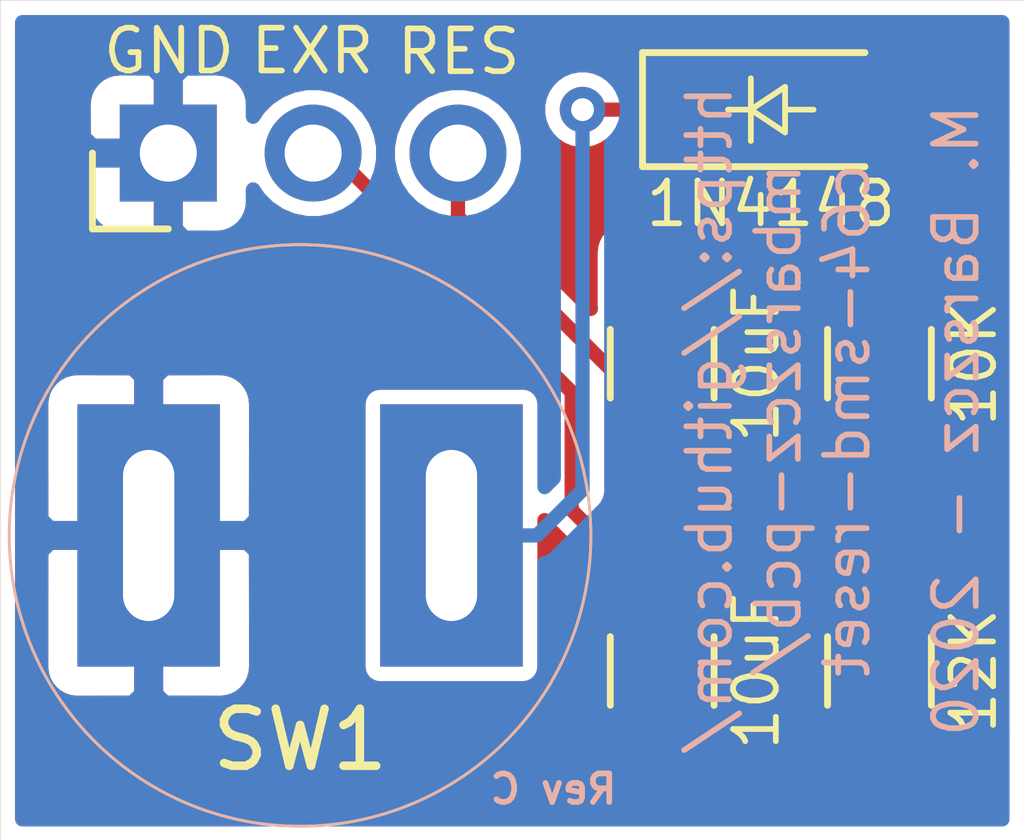
<source format=kicad_pcb>
(kicad_pcb (version 20171130) (host pcbnew "(5.1.5)-3")

  (general
    (thickness 1.6)
    (drawings 14)
    (tracks 32)
    (zones 0)
    (modules 7)
    (nets 6)
  )

  (page USLetter)
  (layers
    (0 F.Cu signal)
    (31 B.Cu signal)
    (32 B.Adhes user)
    (33 F.Adhes user)
    (34 B.Paste user)
    (35 F.Paste user)
    (36 B.SilkS user)
    (37 F.SilkS user)
    (38 B.Mask user)
    (39 F.Mask user)
    (40 Dwgs.User user)
    (41 Cmts.User user)
    (42 Eco1.User user)
    (43 Eco2.User user)
    (44 Edge.Cuts user)
    (45 Margin user)
    (46 B.CrtYd user)
    (47 F.CrtYd user)
    (48 B.Fab user)
    (49 F.Fab user)
  )

  (setup
    (last_trace_width 0.25)
    (trace_clearance 0.2)
    (zone_clearance 0.254)
    (zone_45_only no)
    (trace_min 0.2)
    (via_size 0.8)
    (via_drill 0.4)
    (via_min_size 0.4)
    (via_min_drill 0.3)
    (uvia_size 0.3)
    (uvia_drill 0.1)
    (uvias_allowed no)
    (uvia_min_size 0.2)
    (uvia_min_drill 0.1)
    (edge_width 0.15)
    (segment_width 0.2)
    (pcb_text_width 0.3)
    (pcb_text_size 1.5 1.5)
    (mod_edge_width 0.15)
    (mod_text_size 1 1)
    (mod_text_width 0.15)
    (pad_size 2.5 4.6)
    (pad_drill 0.9)
    (pad_to_mask_clearance 0.0254)
    (aux_axis_origin 0 0)
    (visible_elements 7FFFEFFF)
    (pcbplotparams
      (layerselection 0x010f0_ffffffff)
      (usegerberextensions false)
      (usegerberattributes true)
      (usegerberadvancedattributes false)
      (creategerberjobfile false)
      (excludeedgelayer true)
      (linewidth 0.100000)
      (plotframeref false)
      (viasonmask false)
      (mode 1)
      (useauxorigin true)
      (hpglpennumber 1)
      (hpglpenspeed 20)
      (hpglpendiameter 15.000000)
      (psnegative false)
      (psa4output false)
      (plotreference true)
      (plotvalue true)
      (plotinvisibletext false)
      (padsonsilk false)
      (subtractmaskfromsilk false)
      (outputformat 1)
      (mirror false)
      (drillshape 0)
      (scaleselection 1)
      (outputdirectory "C:/Users/mbarszcz/Documents/KiCad/C64 SMD Reset/gerbers/"))
  )

  (net 0 "")
  (net 1 "Net-(C1-Pad1)")
  (net 2 "Net-(C2-Pad1)")
  (net 3 ~RESET)
  (net 4 ~EXROM)
  (net 5 GNDREF)

  (net_class Default "This is the default net class."
    (clearance 0.2)
    (trace_width 0.25)
    (via_dia 0.8)
    (via_drill 0.4)
    (uvia_dia 0.3)
    (uvia_drill 0.1)
    (add_net GNDREF)
    (add_net "Net-(C1-Pad1)")
    (add_net "Net-(C2-Pad1)")
    (add_net ~EXROM)
    (add_net ~RESET)
  )

  (module "C64 SMD Reset:PushbuttonSW_TH_8531SZQE2" (layer F.Cu) (tedit 5E88C27E) (tstamp 5E894302)
    (at 133.3373 104.41686 180)
    (descr "Wire solder connection")
    (tags connector)
    (path /5E224E63)
    (attr virtual)
    (fp_text reference SW1 (at 2.6543 -3.58394) (layer F.SilkS)
      (effects (font (size 1 1) (thickness 0.15)))
    )
    (fp_text value SW_Push (at 3.175 3.81) (layer F.Fab)
      (effects (font (size 1 1) (thickness 0.15)))
    )
    (fp_circle (center 2.655 0) (end 7.755 0) (layer B.SilkS) (width 0.05))
    (fp_circle (center 2.655 0) (end 7.755 0) (layer F.SilkS) (width 0.05))
    (fp_text user %R (at 4.175 0) (layer F.Fab)
      (effects (font (size 1 1) (thickness 0.15)))
    )
    (pad 2 thru_hole rect (at 5.31 0 180) (size 2.5 4.6) (drill oval 0.9 3) (layers *.Cu *.Mask)
      (net 5 GNDREF))
    (pad 1 thru_hole rect (at 0 0 180) (size 2.5 4.6) (drill oval 0.9 3) (layers *.Cu *.Mask)
      (net 1 "Net-(C1-Pad1)"))
  )

  (module custom_footprints:D_SOD-123-diodemarkonsilk (layer F.Cu) (tedit 5E2275A6) (tstamp 5E892FE6)
    (at 138.938 96.94926)
    (descr SOD-123)
    (tags SOD-123)
    (path /5E2267D3)
    (attr smd)
    (fp_text reference D1 (at -2.8575 1.2065 180) (layer F.SilkS) hide
      (effects (font (size 1 1) (thickness 0.15)))
    )
    (fp_text value 1N4148 (at 0 1.651 180) (layer F.SilkS)
      (effects (font (size 0.75 0.75) (thickness 0.1)))
    )
    (fp_line (start -2.25 -1) (end 1.65 -1) (layer F.SilkS) (width 0.12))
    (fp_line (start -2.25 1) (end 1.65 1) (layer F.SilkS) (width 0.12))
    (fp_line (start -2.35 -1.15) (end -2.35 1.15) (layer F.CrtYd) (width 0.05))
    (fp_line (start 2.35 1.15) (end -2.35 1.15) (layer F.CrtYd) (width 0.05))
    (fp_line (start 2.35 -1.15) (end 2.35 1.15) (layer F.CrtYd) (width 0.05))
    (fp_line (start -2.35 -1.15) (end 2.35 -1.15) (layer F.CrtYd) (width 0.05))
    (fp_line (start -1.4 -0.9) (end 1.4 -0.9) (layer F.Fab) (width 0.1))
    (fp_line (start 1.4 -0.9) (end 1.4 0.9) (layer F.Fab) (width 0.1))
    (fp_line (start 1.4 0.9) (end -1.4 0.9) (layer F.Fab) (width 0.1))
    (fp_line (start -1.4 0.9) (end -1.4 -0.9) (layer F.Fab) (width 0.1))
    (fp_line (start -0.75 0) (end -0.35 0) (layer F.SilkS) (width 0.1))
    (fp_line (start -0.35 0) (end -0.35 -0.55) (layer F.SilkS) (width 0.1))
    (fp_line (start -0.35 0) (end -0.35 0.55) (layer F.SilkS) (width 0.1))
    (fp_line (start -0.35 0) (end 0.25 -0.4) (layer F.SilkS) (width 0.1))
    (fp_line (start 0.25 -0.4) (end 0.25 0.4) (layer F.SilkS) (width 0.1))
    (fp_line (start 0.25 0.4) (end -0.35 0) (layer F.SilkS) (width 0.1))
    (fp_line (start 0.25 0) (end 0.75 0) (layer F.SilkS) (width 0.1))
    (fp_line (start -2.25 -1) (end -2.25 1) (layer F.SilkS) (width 0.12))
    (pad 2 smd rect (at 1.65 0) (size 0.9 1.2) (layers F.Cu F.Paste F.Mask)
      (net 2 "Net-(C2-Pad1)"))
    (pad 1 smd rect (at -1.65 0) (size 0.9 1.2) (layers F.Cu F.Paste F.Mask)
      (net 1 "Net-(C1-Pad1)"))
    (model ${KISYS3DMOD}/Diode_SMD.3dshapes/D_SOD-123.wrl
      (at (xyz 0 0 0))
      (scale (xyz 1 1 1))
      (rotate (xyz 0 0 0))
    )
  )

  (module custom_footprints:PinHeader_1x03_P2.54mm_Vertical-NoSilk (layer F.Cu) (tedit 5E2269D1) (tstamp 5E89371F)
    (at 128.3716 97.71126 90)
    (descr "Through hole straight pin header, 1x03, 2.54mm pitch, single row")
    (tags "Through hole pin header THT 1x03 2.54mm single row")
    (path /5E228954)
    (fp_text reference J1 (at -2.0447 -1.3081 180) (layer F.SilkS) hide
      (effects (font (size 1 1) (thickness 0.15)))
    )
    (fp_text value Conn_01x03_Female (at 3.73126 -0.1524) (layer F.Fab) hide
      (effects (font (size 1 1) (thickness 0.15)))
    )
    (fp_line (start -0.635 -1.27) (end 1.27 -1.27) (layer F.Fab) (width 0.1))
    (fp_line (start 1.27 -1.27) (end 1.27 6.35) (layer F.Fab) (width 0.1))
    (fp_line (start -1.27 6.35) (end -1.27 -0.635) (layer F.Fab) (width 0.1))
    (fp_line (start -1.27 -0.635) (end -0.635 -1.27) (layer F.Fab) (width 0.1))
    (fp_line (start -1.33 0) (end -1.33 -1.33) (layer F.SilkS) (width 0.12))
    (fp_line (start -1.33 -1.33) (end 0 -1.33) (layer F.SilkS) (width 0.12))
    (fp_line (start -1.8 -1.8) (end -1.8 6.85) (layer F.CrtYd) (width 0.05))
    (fp_line (start -1.8 6.85) (end 1.8 6.85) (layer F.CrtYd) (width 0.05))
    (fp_line (start 1.8 6.85) (end 1.8 -1.8) (layer F.CrtYd) (width 0.05))
    (fp_line (start 1.8 -1.8) (end -1.8 -1.8) (layer F.CrtYd) (width 0.05))
    (fp_text user %R (at 0 2.54 180) (layer F.Fab)
      (effects (font (size 1 1) (thickness 0.15)))
    )
    (pad 1 thru_hole rect (at 0 0 90) (size 1.7 1.7) (drill 1) (layers *.Cu *.Mask)
      (net 5 GNDREF))
    (pad 2 thru_hole oval (at 0 2.54 90) (size 1.7 1.7) (drill 1) (layers *.Cu *.Mask)
      (net 4 ~EXROM))
    (pad 3 thru_hole oval (at 0 5.08 90) (size 1.7 1.7) (drill 1) (layers *.Cu *.Mask)
      (net 3 ~RESET))
    (model ${KISYS3DMOD}/Connector_PinHeader_2.54mm.3dshapes/PinHeader_1x03_P2.54mm_Vertical.wrl
      (at (xyz 0 0 0))
      (scale (xyz 1 1 1))
      (rotate (xyz 0 0 0))
    )
  )

  (module Capacitor_SMD:C_1206_3216Metric_Pad1.42x1.75mm_HandSolder (layer F.Cu) (tedit 5B301BBE) (tstamp 5E23E823)
    (at 137.033 106.79336 90)
    (descr "Capacitor SMD 1206 (3216 Metric), square (rectangular) end terminal, IPC_7351 nominal with elongated pad for handsoldering. (Body size source: http://www.tortai-tech.com/upload/download/2011102023233369053.pdf), generated with kicad-footprint-generator")
    (tags "capacitor handsolder")
    (path /5E2270A8)
    (attr smd)
    (fp_text reference C2 (at 0 -1.82 90) (layer F.SilkS) hide
      (effects (font (size 1 1) (thickness 0.15)))
    )
    (fp_text value 10uF (at 0 1.651 90) (layer F.SilkS)
      (effects (font (size 0.75 0.75) (thickness 0.1)))
    )
    (fp_text user %R (at 0 0 90) (layer F.Fab)
      (effects (font (size 0.8 0.8) (thickness 0.12)))
    )
    (fp_line (start 2.45 1.12) (end -2.45 1.12) (layer F.CrtYd) (width 0.05))
    (fp_line (start 2.45 -1.12) (end 2.45 1.12) (layer F.CrtYd) (width 0.05))
    (fp_line (start -2.45 -1.12) (end 2.45 -1.12) (layer F.CrtYd) (width 0.05))
    (fp_line (start -2.45 1.12) (end -2.45 -1.12) (layer F.CrtYd) (width 0.05))
    (fp_line (start -0.602064 0.91) (end 0.602064 0.91) (layer F.SilkS) (width 0.12))
    (fp_line (start -0.602064 -0.91) (end 0.602064 -0.91) (layer F.SilkS) (width 0.12))
    (fp_line (start 1.6 0.8) (end -1.6 0.8) (layer F.Fab) (width 0.1))
    (fp_line (start 1.6 -0.8) (end 1.6 0.8) (layer F.Fab) (width 0.1))
    (fp_line (start -1.6 -0.8) (end 1.6 -0.8) (layer F.Fab) (width 0.1))
    (fp_line (start -1.6 0.8) (end -1.6 -0.8) (layer F.Fab) (width 0.1))
    (pad 2 smd roundrect (at 1.4875 0 90) (size 1.425 1.75) (layers F.Cu F.Paste F.Mask) (roundrect_rratio 0.175439)
      (net 4 ~EXROM))
    (pad 1 smd roundrect (at -1.4875 0 90) (size 1.425 1.75) (layers F.Cu F.Paste F.Mask) (roundrect_rratio 0.175439)
      (net 2 "Net-(C2-Pad1)"))
    (model ${KISYS3DMOD}/Capacitor_SMD.3dshapes/C_1206_3216Metric.wrl
      (at (xyz 0 0 0))
      (scale (xyz 1 1 1))
      (rotate (xyz 0 0 0))
    )
  )

  (module Capacitor_SMD:C_1206_3216Metric_Pad1.42x1.75mm_HandSolder (layer F.Cu) (tedit 5B301BBE) (tstamp 5E23E812)
    (at 137.033 101.40536 270)
    (descr "Capacitor SMD 1206 (3216 Metric), square (rectangular) end terminal, IPC_7351 nominal with elongated pad for handsoldering. (Body size source: http://www.tortai-tech.com/upload/download/2011102023233369053.pdf), generated with kicad-footprint-generator")
    (tags "capacitor handsolder")
    (path /5E224AA3)
    (attr smd)
    (fp_text reference C1 (at 0 -1.82 90) (layer F.SilkS) hide
      (effects (font (size 1 1) (thickness 0.15)))
    )
    (fp_text value 10uF (at 0 -1.651 90) (layer F.SilkS)
      (effects (font (size 0.75 0.75) (thickness 0.1)))
    )
    (fp_text user %R (at 0 0 90) (layer F.Fab)
      (effects (font (size 0.8 0.8) (thickness 0.12)))
    )
    (fp_line (start 2.45 1.12) (end -2.45 1.12) (layer F.CrtYd) (width 0.05))
    (fp_line (start 2.45 -1.12) (end 2.45 1.12) (layer F.CrtYd) (width 0.05))
    (fp_line (start -2.45 -1.12) (end 2.45 -1.12) (layer F.CrtYd) (width 0.05))
    (fp_line (start -2.45 1.12) (end -2.45 -1.12) (layer F.CrtYd) (width 0.05))
    (fp_line (start -0.602064 0.91) (end 0.602064 0.91) (layer F.SilkS) (width 0.12))
    (fp_line (start -0.602064 -0.91) (end 0.602064 -0.91) (layer F.SilkS) (width 0.12))
    (fp_line (start 1.6 0.8) (end -1.6 0.8) (layer F.Fab) (width 0.1))
    (fp_line (start 1.6 -0.8) (end 1.6 0.8) (layer F.Fab) (width 0.1))
    (fp_line (start -1.6 -0.8) (end 1.6 -0.8) (layer F.Fab) (width 0.1))
    (fp_line (start -1.6 0.8) (end -1.6 -0.8) (layer F.Fab) (width 0.1))
    (pad 2 smd roundrect (at 1.4875 0 270) (size 1.425 1.75) (layers F.Cu F.Paste F.Mask) (roundrect_rratio 0.175439)
      (net 3 ~RESET))
    (pad 1 smd roundrect (at -1.4875 0 270) (size 1.425 1.75) (layers F.Cu F.Paste F.Mask) (roundrect_rratio 0.175439)
      (net 1 "Net-(C1-Pad1)"))
    (model ${KISYS3DMOD}/Capacitor_SMD.3dshapes/C_1206_3216Metric.wrl
      (at (xyz 0 0 0))
      (scale (xyz 1 1 1))
      (rotate (xyz 0 0 0))
    )
  )

  (module Resistor_SMD:R_1206_3216Metric_Pad1.42x1.75mm_HandSolder (layer F.Cu) (tedit 5B301BBD) (tstamp 5E2306A8)
    (at 140.843 106.79336 90)
    (descr "Resistor SMD 1206 (3216 Metric), square (rectangular) end terminal, IPC_7351 nominal with elongated pad for handsoldering. (Body size source: http://www.tortai-tech.com/upload/download/2011102023233369053.pdf), generated with kicad-footprint-generator")
    (tags "resistor handsolder")
    (path /5E2270A1)
    (attr smd)
    (fp_text reference R2 (at 0 -1.82 90) (layer F.SilkS) hide
      (effects (font (size 1 1) (thickness 0.15)))
    )
    (fp_text value 12K (at 0 1.651 90) (layer F.SilkS)
      (effects (font (size 0.75 0.75) (thickness 0.1)))
    )
    (fp_text user %R (at 0 0 90) (layer F.Fab)
      (effects (font (size 0.8 0.8) (thickness 0.12)))
    )
    (fp_line (start 2.45 1.12) (end -2.45 1.12) (layer F.CrtYd) (width 0.05))
    (fp_line (start 2.45 -1.12) (end 2.45 1.12) (layer F.CrtYd) (width 0.05))
    (fp_line (start -2.45 -1.12) (end 2.45 -1.12) (layer F.CrtYd) (width 0.05))
    (fp_line (start -2.45 1.12) (end -2.45 -1.12) (layer F.CrtYd) (width 0.05))
    (fp_line (start -0.602064 0.91) (end 0.602064 0.91) (layer F.SilkS) (width 0.12))
    (fp_line (start -0.602064 -0.91) (end 0.602064 -0.91) (layer F.SilkS) (width 0.12))
    (fp_line (start 1.6 0.8) (end -1.6 0.8) (layer F.Fab) (width 0.1))
    (fp_line (start 1.6 -0.8) (end 1.6 0.8) (layer F.Fab) (width 0.1))
    (fp_line (start -1.6 -0.8) (end 1.6 -0.8) (layer F.Fab) (width 0.1))
    (fp_line (start -1.6 0.8) (end -1.6 -0.8) (layer F.Fab) (width 0.1))
    (pad 2 smd roundrect (at 1.4875 0 90) (size 1.425 1.75) (layers F.Cu F.Paste F.Mask) (roundrect_rratio 0.175439)
      (net 4 ~EXROM))
    (pad 1 smd roundrect (at -1.4875 0 90) (size 1.425 1.75) (layers F.Cu F.Paste F.Mask) (roundrect_rratio 0.175439)
      (net 2 "Net-(C2-Pad1)"))
    (model ${KISYS3DMOD}/Resistor_SMD.3dshapes/R_1206_3216Metric.wrl
      (at (xyz 0 0 0))
      (scale (xyz 1 1 1))
      (rotate (xyz 0 0 0))
    )
  )

  (module Resistor_SMD:R_1206_3216Metric_Pad1.42x1.75mm_HandSolder (layer F.Cu) (tedit 5B301BBD) (tstamp 5E23E7B9)
    (at 140.843 101.40536 270)
    (descr "Resistor SMD 1206 (3216 Metric), square (rectangular) end terminal, IPC_7351 nominal with elongated pad for handsoldering. (Body size source: http://www.tortai-tech.com/upload/download/2011102023233369053.pdf), generated with kicad-footprint-generator")
    (tags "resistor handsolder")
    (path /5E2245C0)
    (attr smd)
    (fp_text reference R1 (at 0 -1.82 90) (layer F.SilkS) hide
      (effects (font (size 1 1) (thickness 0.15)))
    )
    (fp_text value 10K (at 0 -1.651 90) (layer F.SilkS)
      (effects (font (size 0.75 0.75) (thickness 0.1)))
    )
    (fp_text user %R (at 0 0 90) (layer F.Fab)
      (effects (font (size 0.8 0.8) (thickness 0.12)))
    )
    (fp_line (start 2.45 1.12) (end -2.45 1.12) (layer F.CrtYd) (width 0.05))
    (fp_line (start 2.45 -1.12) (end 2.45 1.12) (layer F.CrtYd) (width 0.05))
    (fp_line (start -2.45 -1.12) (end 2.45 -1.12) (layer F.CrtYd) (width 0.05))
    (fp_line (start -2.45 1.12) (end -2.45 -1.12) (layer F.CrtYd) (width 0.05))
    (fp_line (start -0.602064 0.91) (end 0.602064 0.91) (layer F.SilkS) (width 0.12))
    (fp_line (start -0.602064 -0.91) (end 0.602064 -0.91) (layer F.SilkS) (width 0.12))
    (fp_line (start 1.6 0.8) (end -1.6 0.8) (layer F.Fab) (width 0.1))
    (fp_line (start 1.6 -0.8) (end 1.6 0.8) (layer F.Fab) (width 0.1))
    (fp_line (start -1.6 -0.8) (end 1.6 -0.8) (layer F.Fab) (width 0.1))
    (fp_line (start -1.6 0.8) (end -1.6 -0.8) (layer F.Fab) (width 0.1))
    (pad 2 smd roundrect (at 1.4875 0 270) (size 1.425 1.75) (layers F.Cu F.Paste F.Mask) (roundrect_rratio 0.175439)
      (net 3 ~RESET))
    (pad 1 smd roundrect (at -1.4875 0 270) (size 1.425 1.75) (layers F.Cu F.Paste F.Mask) (roundrect_rratio 0.175439)
      (net 1 "Net-(C1-Pad1)"))
    (model ${KISYS3DMOD}/Resistor_SMD.3dshapes/R_1206_3216Metric.wrl
      (at (xyz 0 0 0))
      (scale (xyz 1 1 1))
      (rotate (xyz 0 0 0))
    )
  )

  (gr_line (start 134.4041 109.7788) (end 134.4041 95.03156) (layer Eco2.User) (width 0.01))
  (gr_line (start 143.383 102.40518) (end 125.4252 102.40518) (layer Eco2.User) (width 0.01))
  (gr_line (start 143.383 95.03156) (end 125.4252 109.7788) (layer Eco2.User) (width 0.01))
  (gr_line (start 143.383 109.7788) (end 125.4252 95.03156) (layer Eco2.User) (width 0.01))
  (gr_line (start 125.4252 109.7788) (end 125.4252 95.03156) (layer Edge.Cuts) (width 0.01) (tstamp 5E89455D))
  (gr_line (start 143.383 95.03156) (end 125.4252 95.03156) (layer Edge.Cuts) (width 0.01) (tstamp 5E89455A))
  (gr_line (start 143.383 109.7788) (end 143.383 95.03156) (layer Edge.Cuts) (width 0.01))
  (gr_text "https://github.com/\nmbarszcz-pcb/\nc64-smd-reset" (at 139.07008 102.39502 90) (layer B.SilkS) (tstamp 5E892D5E)
    (effects (font (size 0.75 0.75) (thickness 0.1)) (justify mirror))
  )
  (gr_text "Rev C" (at 135.128 108.8644) (layer B.SilkS) (tstamp 5E378698)
    (effects (font (size 0.5 0.5) (thickness 0.1)) (justify mirror))
  )
  (gr_text "M. Barszcz - 2020" (at 142.1892 102.40264 90) (layer B.SilkS) (tstamp 5E894400)
    (effects (font (size 0.75 0.75) (thickness 0.1)) (justify mirror))
  )
  (gr_line (start 143.383 109.7788) (end 125.4252 109.7788) (layer Edge.Cuts) (width 0.01))
  (gr_text EXR (at 130.8989 95.92056) (layer F.SilkS) (tstamp 5E89332D)
    (effects (font (size 0.75 0.75) (thickness 0.1)))
  )
  (gr_text RES (at 133.4643 95.93326) (layer F.SilkS) (tstamp 5E89332A)
    (effects (font (size 0.75 0.75) (thickness 0.1)))
  )
  (gr_text GND (at 128.3843 95.92056) (layer F.SilkS) (tstamp 5E893327)
    (effects (font (size 0.75 0.75) (thickness 0.1)))
  )

  (segment (start 136.7655 99.57786) (end 136.778 99.59036) (width 0.25) (layer F.Cu) (net 1) (status 30))
  (segment (start 137.161 99.78986) (end 137.033 99.91786) (width 0.25) (layer F.Cu) (net 1) (status 30))
  (segment (start 137.033 99.91786) (end 140.843 99.91786) (width 0.25) (layer F.Cu) (net 1) (status 30))
  (segment (start 137.288 99.66286) (end 137.033 99.91786) (width 0.25) (layer F.Cu) (net 1))
  (segment (start 133.3373 104.41686) (end 134.8373 104.41686) (width 0.25) (layer B.Cu) (net 1))
  (segment (start 135.636 103.61816) (end 135.636 97.514945) (width 0.25) (layer B.Cu) (net 1))
  (via (at 135.636 96.94926) (size 0.8) (drill 0.4) (layers F.Cu B.Cu) (net 1))
  (segment (start 134.8373 104.41686) (end 135.636 103.61816) (width 0.25) (layer B.Cu) (net 1))
  (segment (start 135.636 97.514945) (end 135.636 96.94926) (width 0.25) (layer B.Cu) (net 1))
  (segment (start 135.636 96.94926) (end 137.288 96.94926) (width 0.25) (layer F.Cu) (net 1))
  (segment (start 137.033 99.91786) (end 137.033 97.20426) (width 0.25) (layer F.Cu) (net 1))
  (segment (start 137.033 97.20426) (end 137.288 96.94926) (width 0.25) (layer F.Cu) (net 1))
  (segment (start 137.033 108.28086) (end 140.843 108.28086) (width 0.25) (layer F.Cu) (net 2) (status 30))
  (segment (start 142.0225 108.31736) (end 140.843 108.31736) (width 0.25) (layer F.Cu) (net 2))
  (segment (start 142.494 107.84586) (end 142.0225 108.31736) (width 0.25) (layer F.Cu) (net 2))
  (segment (start 142.494 98.15526) (end 142.494 107.84586) (width 0.25) (layer F.Cu) (net 2))
  (segment (start 141.288 96.94926) (end 142.494 98.15526) (width 0.25) (layer F.Cu) (net 2))
  (segment (start 140.588 96.94926) (end 141.288 96.94926) (width 0.25) (layer F.Cu) (net 2))
  (segment (start 139.968 102.89286) (end 137.033 102.89286) (width 0.25) (layer F.Cu) (net 3) (status 30))
  (segment (start 140.843 102.89286) (end 139.968 102.89286) (width 0.25) (layer F.Cu) (net 3) (status 30))
  (segment (start 137.033 102.63886) (end 137.033 102.89286) (width 0.25) (layer F.Cu) (net 3) (status 30))
  (segment (start 133.4516 98.82886) (end 137.033 102.41026) (width 0.25) (layer F.Cu) (net 3))
  (segment (start 133.4516 97.71126) (end 133.4516 98.82886) (width 0.25) (layer F.Cu) (net 3))
  (segment (start 137.033 102.41026) (end 137.033 102.89286) (width 0.25) (layer F.Cu) (net 3))
  (segment (start 137.033 105.30586) (end 140.843 105.30586) (width 0.25) (layer F.Cu) (net 4) (status 30))
  (segment (start 131.2545 97.71126) (end 130.9116 97.71126) (width 0.25) (layer F.Cu) (net 4))
  (segment (start 135.4455 103.97236) (end 135.4455 101.90226) (width 0.25) (layer F.Cu) (net 4))
  (segment (start 137.033 105.30586) (end 136.779 105.30586) (width 0.25) (layer F.Cu) (net 4))
  (segment (start 135.4455 101.90226) (end 131.2545 97.71126) (width 0.25) (layer F.Cu) (net 4))
  (segment (start 136.779 105.30586) (end 135.4455 103.97236) (width 0.25) (layer F.Cu) (net 4))
  (segment (start 127.635 103.90886) (end 127.381 104.16286) (width 0.25) (layer F.Cu) (net 5))
  (segment (start 127.635 104.03586) (end 127.508 104.16286) (width 0.25) (layer F.Cu) (net 5))

  (zone (net 0) (net_name "") (layer F.Cu) (tstamp 0) (hatch edge 0.508)
    (connect_pads (clearance 0.4))
    (min_thickness 0.254)
    (keepout (tracks allowed) (vias allowed) (copperpour not_allowed))
    (fill (arc_segments 32) (thermal_gap 0.508) (thermal_bridge_width 0.508))
    (polygon
      (pts
        (xy 136.779 108.145104) (xy 135.89 108.145104) (xy 135.89 105.542541) (xy 136.779 105.542541)
      )
    )
  )
  (zone (net 5) (net_name GNDREF) (layer B.Cu) (tstamp 5E892EA2) (hatch edge 0.508)
    (connect_pads (clearance 0.254))
    (min_thickness 0.254)
    (fill yes (arc_segments 32) (thermal_gap 0.508) (thermal_bridge_width 0.508))
    (polygon
      (pts
        (xy 143.383 109.7788) (xy 125.4252 109.7788) (xy 125.4252 95.03156) (xy 143.383 95.03156)
      )
    )
    (filled_polygon
      (pts
        (xy 142.997 109.3928) (xy 125.8112 109.3928) (xy 125.8112 106.71686) (xy 126.139228 106.71686) (xy 126.151488 106.841342)
        (xy 126.187798 106.96104) (xy 126.246763 107.071354) (xy 126.326115 107.168045) (xy 126.422806 107.247397) (xy 126.53312 107.306362)
        (xy 126.652818 107.342672) (xy 126.7773 107.354932) (xy 127.74155 107.35186) (xy 127.9003 107.19311) (xy 127.9003 104.54386)
        (xy 128.1543 104.54386) (xy 128.1543 107.19311) (xy 128.31305 107.35186) (xy 129.2773 107.354932) (xy 129.401782 107.342672)
        (xy 129.52148 107.306362) (xy 129.631794 107.247397) (xy 129.728485 107.168045) (xy 129.807837 107.071354) (xy 129.866802 106.96104)
        (xy 129.903112 106.841342) (xy 129.915372 106.71686) (xy 129.9123 104.70261) (xy 129.75355 104.54386) (xy 128.1543 104.54386)
        (xy 127.9003 104.54386) (xy 126.30105 104.54386) (xy 126.1423 104.70261) (xy 126.139228 106.71686) (xy 125.8112 106.71686)
        (xy 125.8112 102.11686) (xy 126.139228 102.11686) (xy 126.1423 104.13111) (xy 126.30105 104.28986) (xy 127.9003 104.28986)
        (xy 127.9003 101.64061) (xy 128.1543 101.64061) (xy 128.1543 104.28986) (xy 129.75355 104.28986) (xy 129.9123 104.13111)
        (xy 129.915372 102.11686) (xy 131.704457 102.11686) (xy 131.704457 106.71686) (xy 131.711813 106.791549) (xy 131.733599 106.863368)
        (xy 131.768978 106.929556) (xy 131.816589 106.987571) (xy 131.874604 107.035182) (xy 131.940792 107.070561) (xy 132.012611 107.092347)
        (xy 132.0873 107.099703) (xy 134.5873 107.099703) (xy 134.661989 107.092347) (xy 134.733808 107.070561) (xy 134.799996 107.035182)
        (xy 134.858011 106.987571) (xy 134.905622 106.929556) (xy 134.941001 106.863368) (xy 134.962787 106.791549) (xy 134.970143 106.71686)
        (xy 134.970143 104.905331) (xy 135.031875 104.886605) (xy 135.119779 104.839619) (xy 135.196827 104.776387) (xy 135.212676 104.757075)
        (xy 135.97622 103.993532) (xy 135.995527 103.977687) (xy 136.058759 103.900639) (xy 136.105745 103.812735) (xy 136.134678 103.717353)
        (xy 136.142 103.643014) (xy 136.142 103.643007) (xy 136.144447 103.618161) (xy 136.142 103.593315) (xy 136.142 97.547761)
        (xy 136.242642 97.447119) (xy 136.328113 97.319202) (xy 136.386987 97.177069) (xy 136.417 97.026182) (xy 136.417 96.872338)
        (xy 136.386987 96.721451) (xy 136.328113 96.579318) (xy 136.242642 96.451401) (xy 136.133859 96.342618) (xy 136.005942 96.257147)
        (xy 135.863809 96.198273) (xy 135.712922 96.16826) (xy 135.559078 96.16826) (xy 135.408191 96.198273) (xy 135.266058 96.257147)
        (xy 135.138141 96.342618) (xy 135.029358 96.451401) (xy 134.943887 96.579318) (xy 134.885013 96.721451) (xy 134.855 96.872338)
        (xy 134.855 97.026182) (xy 134.885013 97.177069) (xy 134.943887 97.319202) (xy 135.029358 97.447119) (xy 135.130001 97.547762)
        (xy 135.13 103.408568) (xy 134.970143 103.568425) (xy 134.970143 102.11686) (xy 134.962787 102.042171) (xy 134.941001 101.970352)
        (xy 134.905622 101.904164) (xy 134.858011 101.846149) (xy 134.799996 101.798538) (xy 134.733808 101.763159) (xy 134.661989 101.741373)
        (xy 134.5873 101.734017) (xy 132.0873 101.734017) (xy 132.012611 101.741373) (xy 131.940792 101.763159) (xy 131.874604 101.798538)
        (xy 131.816589 101.846149) (xy 131.768978 101.904164) (xy 131.733599 101.970352) (xy 131.711813 102.042171) (xy 131.704457 102.11686)
        (xy 129.915372 102.11686) (xy 129.903112 101.992378) (xy 129.866802 101.87268) (xy 129.807837 101.762366) (xy 129.728485 101.665675)
        (xy 129.631794 101.586323) (xy 129.52148 101.527358) (xy 129.401782 101.491048) (xy 129.2773 101.478788) (xy 128.31305 101.48186)
        (xy 128.1543 101.64061) (xy 127.9003 101.64061) (xy 127.74155 101.48186) (xy 126.7773 101.478788) (xy 126.652818 101.491048)
        (xy 126.53312 101.527358) (xy 126.422806 101.586323) (xy 126.326115 101.665675) (xy 126.246763 101.762366) (xy 126.187798 101.87268)
        (xy 126.151488 101.992378) (xy 126.139228 102.11686) (xy 125.8112 102.11686) (xy 125.8112 98.56126) (xy 126.883528 98.56126)
        (xy 126.895788 98.685742) (xy 126.932098 98.80544) (xy 126.991063 98.915754) (xy 127.070415 99.012445) (xy 127.167106 99.091797)
        (xy 127.27742 99.150762) (xy 127.397118 99.187072) (xy 127.5216 99.199332) (xy 128.08585 99.19626) (xy 128.2446 99.03751)
        (xy 128.2446 97.83826) (xy 127.04535 97.83826) (xy 126.8866 97.99701) (xy 126.883528 98.56126) (xy 125.8112 98.56126)
        (xy 125.8112 96.86126) (xy 126.883528 96.86126) (xy 126.8866 97.42551) (xy 127.04535 97.58426) (xy 128.2446 97.58426)
        (xy 128.2446 96.38501) (xy 128.4986 96.38501) (xy 128.4986 97.58426) (xy 128.5186 97.58426) (xy 128.5186 97.83826)
        (xy 128.4986 97.83826) (xy 128.4986 99.03751) (xy 128.65735 99.19626) (xy 129.2216 99.199332) (xy 129.346082 99.187072)
        (xy 129.46578 99.150762) (xy 129.576094 99.091797) (xy 129.672785 99.012445) (xy 129.752137 98.915754) (xy 129.811102 98.80544)
        (xy 129.847412 98.685742) (xy 129.859672 98.56126) (xy 129.858527 98.350966) (xy 129.95542 98.495977) (xy 130.126883 98.66744)
        (xy 130.328503 98.802158) (xy 130.552531 98.894953) (xy 130.790357 98.94226) (xy 131.032843 98.94226) (xy 131.270669 98.894953)
        (xy 131.494697 98.802158) (xy 131.696317 98.66744) (xy 131.86778 98.495977) (xy 132.002498 98.294357) (xy 132.095293 98.070329)
        (xy 132.1426 97.832503) (xy 132.1426 97.590017) (xy 132.2206 97.590017) (xy 132.2206 97.832503) (xy 132.267907 98.070329)
        (xy 132.360702 98.294357) (xy 132.49542 98.495977) (xy 132.666883 98.66744) (xy 132.868503 98.802158) (xy 133.092531 98.894953)
        (xy 133.330357 98.94226) (xy 133.572843 98.94226) (xy 133.810669 98.894953) (xy 134.034697 98.802158) (xy 134.236317 98.66744)
        (xy 134.40778 98.495977) (xy 134.542498 98.294357) (xy 134.635293 98.070329) (xy 134.6826 97.832503) (xy 134.6826 97.590017)
        (xy 134.635293 97.352191) (xy 134.542498 97.128163) (xy 134.40778 96.926543) (xy 134.236317 96.75508) (xy 134.034697 96.620362)
        (xy 133.810669 96.527567) (xy 133.572843 96.48026) (xy 133.330357 96.48026) (xy 133.092531 96.527567) (xy 132.868503 96.620362)
        (xy 132.666883 96.75508) (xy 132.49542 96.926543) (xy 132.360702 97.128163) (xy 132.267907 97.352191) (xy 132.2206 97.590017)
        (xy 132.1426 97.590017) (xy 132.095293 97.352191) (xy 132.002498 97.128163) (xy 131.86778 96.926543) (xy 131.696317 96.75508)
        (xy 131.494697 96.620362) (xy 131.270669 96.527567) (xy 131.032843 96.48026) (xy 130.790357 96.48026) (xy 130.552531 96.527567)
        (xy 130.328503 96.620362) (xy 130.126883 96.75508) (xy 129.95542 96.926543) (xy 129.858527 97.071554) (xy 129.859672 96.86126)
        (xy 129.847412 96.736778) (xy 129.811102 96.61708) (xy 129.752137 96.506766) (xy 129.672785 96.410075) (xy 129.576094 96.330723)
        (xy 129.46578 96.271758) (xy 129.346082 96.235448) (xy 129.2216 96.223188) (xy 128.65735 96.22626) (xy 128.4986 96.38501)
        (xy 128.2446 96.38501) (xy 128.08585 96.22626) (xy 127.5216 96.223188) (xy 127.397118 96.235448) (xy 127.27742 96.271758)
        (xy 127.167106 96.330723) (xy 127.070415 96.410075) (xy 126.991063 96.506766) (xy 126.932098 96.61708) (xy 126.895788 96.736778)
        (xy 126.883528 96.86126) (xy 125.8112 96.86126) (xy 125.8112 95.41756) (xy 142.997001 95.41756)
      )
    )
  )
  (zone (net 5) (net_name GNDREF) (layer F.Cu) (tstamp 5E892E9F) (hatch edge 0.508)
    (connect_pads (clearance 0.254))
    (min_thickness 0.254)
    (fill yes (arc_segments 32) (thermal_gap 0.508) (thermal_bridge_width 0.508))
    (polygon
      (pts
        (xy 143.383 109.7788) (xy 125.4252 109.7788) (xy 125.4252 95.03156) (xy 143.383 95.03156)
      )
    )
    (filled_polygon
      (pts
        (xy 142.997001 98.099955) (xy 142.992678 98.056067) (xy 142.963745 97.960685) (xy 142.948467 97.932103) (xy 142.916759 97.872781)
        (xy 142.853527 97.795733) (xy 142.83422 97.779888) (xy 141.663376 96.609045) (xy 141.647527 96.589733) (xy 141.570479 96.526501)
        (xy 141.482575 96.479515) (xy 141.420843 96.460789) (xy 141.420843 96.34926) (xy 141.413487 96.274571) (xy 141.391701 96.202752)
        (xy 141.356322 96.136564) (xy 141.308711 96.078549) (xy 141.250696 96.030938) (xy 141.184508 95.995559) (xy 141.112689 95.973773)
        (xy 141.038 95.966417) (xy 140.138 95.966417) (xy 140.063311 95.973773) (xy 139.991492 95.995559) (xy 139.925304 96.030938)
        (xy 139.867289 96.078549) (xy 139.819678 96.136564) (xy 139.784299 96.202752) (xy 139.762513 96.274571) (xy 139.755157 96.34926)
        (xy 139.755157 97.54926) (xy 139.762513 97.623949) (xy 139.784299 97.695768) (xy 139.819678 97.761956) (xy 139.867289 97.819971)
        (xy 139.925304 97.867582) (xy 139.991492 97.902961) (xy 140.063311 97.924747) (xy 140.138 97.932103) (xy 141.038 97.932103)
        (xy 141.112689 97.924747) (xy 141.184508 97.902961) (xy 141.250696 97.867582) (xy 141.308711 97.819971) (xy 141.356322 97.761956)
        (xy 141.366348 97.743199) (xy 141.988 98.364852) (xy 141.988 99.096229) (xy 141.915488 99.007872) (xy 141.819589 98.92917)
        (xy 141.710179 98.870689) (xy 141.591462 98.834677) (xy 141.468 98.822517) (xy 140.218 98.822517) (xy 140.094538 98.834677)
        (xy 139.975821 98.870689) (xy 139.866411 98.92917) (xy 139.770512 99.007872) (xy 139.69181 99.103771) (xy 139.633329 99.213181)
        (xy 139.597317 99.331898) (xy 139.589441 99.41186) (xy 138.286559 99.41186) (xy 138.278683 99.331898) (xy 138.242671 99.213181)
        (xy 138.18419 99.103771) (xy 138.105488 99.007872) (xy 138.009589 98.92917) (xy 137.900179 98.870689) (xy 137.781462 98.834677)
        (xy 137.658 98.822517) (xy 137.539 98.822517) (xy 137.539 97.932103) (xy 137.738 97.932103) (xy 137.812689 97.924747)
        (xy 137.884508 97.902961) (xy 137.950696 97.867582) (xy 138.008711 97.819971) (xy 138.056322 97.761956) (xy 138.091701 97.695768)
        (xy 138.113487 97.623949) (xy 138.120843 97.54926) (xy 138.120843 96.34926) (xy 138.113487 96.274571) (xy 138.091701 96.202752)
        (xy 138.056322 96.136564) (xy 138.008711 96.078549) (xy 137.950696 96.030938) (xy 137.884508 95.995559) (xy 137.812689 95.973773)
        (xy 137.738 95.966417) (xy 136.838 95.966417) (xy 136.763311 95.973773) (xy 136.691492 95.995559) (xy 136.625304 96.030938)
        (xy 136.567289 96.078549) (xy 136.519678 96.136564) (xy 136.484299 96.202752) (xy 136.462513 96.274571) (xy 136.455157 96.34926)
        (xy 136.455157 96.44326) (xy 136.234501 96.44326) (xy 136.133859 96.342618) (xy 136.005942 96.257147) (xy 135.863809 96.198273)
        (xy 135.712922 96.16826) (xy 135.559078 96.16826) (xy 135.408191 96.198273) (xy 135.266058 96.257147) (xy 135.138141 96.342618)
        (xy 135.029358 96.451401) (xy 134.943887 96.579318) (xy 134.885013 96.721451) (xy 134.855 96.872338) (xy 134.855 97.026182)
        (xy 134.885013 97.177069) (xy 134.943887 97.319202) (xy 135.029358 97.447119) (xy 135.138141 97.555902) (xy 135.266058 97.641373)
        (xy 135.408191 97.700247) (xy 135.559078 97.73026) (xy 135.712922 97.73026) (xy 135.863809 97.700247) (xy 136.005942 97.641373)
        (xy 136.133859 97.555902) (xy 136.234501 97.45526) (xy 136.455157 97.45526) (xy 136.455157 97.54926) (xy 136.462513 97.623949)
        (xy 136.484299 97.695768) (xy 136.519678 97.761956) (xy 136.527001 97.770879) (xy 136.527 98.822517) (xy 136.408 98.822517)
        (xy 136.284538 98.834677) (xy 136.165821 98.870689) (xy 136.056411 98.92917) (xy 135.960512 99.007872) (xy 135.88181 99.103771)
        (xy 135.823329 99.213181) (xy 135.787317 99.331898) (xy 135.775157 99.45536) (xy 135.775157 100.38036) (xy 135.781326 100.442994)
        (xy 134.098115 98.759784) (xy 134.236317 98.66744) (xy 134.40778 98.495977) (xy 134.542498 98.294357) (xy 134.635293 98.070329)
        (xy 134.6826 97.832503) (xy 134.6826 97.590017) (xy 134.635293 97.352191) (xy 134.542498 97.128163) (xy 134.40778 96.926543)
        (xy 134.236317 96.75508) (xy 134.034697 96.620362) (xy 133.810669 96.527567) (xy 133.572843 96.48026) (xy 133.330357 96.48026)
        (xy 133.092531 96.527567) (xy 132.868503 96.620362) (xy 132.666883 96.75508) (xy 132.49542 96.926543) (xy 132.360702 97.128163)
        (xy 132.267907 97.352191) (xy 132.2206 97.590017) (xy 132.2206 97.832503) (xy 132.252697 97.993866) (xy 132.134094 97.875263)
        (xy 132.1426 97.832503) (xy 132.1426 97.590017) (xy 132.095293 97.352191) (xy 132.002498 97.128163) (xy 131.86778 96.926543)
        (xy 131.696317 96.75508) (xy 131.494697 96.620362) (xy 131.270669 96.527567) (xy 131.032843 96.48026) (xy 130.790357 96.48026)
        (xy 130.552531 96.527567) (xy 130.328503 96.620362) (xy 130.126883 96.75508) (xy 129.95542 96.926543) (xy 129.858527 97.071554)
        (xy 129.859672 96.86126) (xy 129.847412 96.736778) (xy 129.811102 96.61708) (xy 129.752137 96.506766) (xy 129.672785 96.410075)
        (xy 129.576094 96.330723) (xy 129.46578 96.271758) (xy 129.346082 96.235448) (xy 129.2216 96.223188) (xy 128.65735 96.22626)
        (xy 128.4986 96.38501) (xy 128.4986 97.58426) (xy 128.5186 97.58426) (xy 128.5186 97.83826) (xy 128.4986 97.83826)
        (xy 128.4986 99.03751) (xy 128.65735 99.19626) (xy 129.2216 99.199332) (xy 129.346082 99.187072) (xy 129.46578 99.150762)
        (xy 129.576094 99.091797) (xy 129.672785 99.012445) (xy 129.752137 98.915754) (xy 129.811102 98.80544) (xy 129.847412 98.685742)
        (xy 129.859672 98.56126) (xy 129.858527 98.350966) (xy 129.95542 98.495977) (xy 130.126883 98.66744) (xy 130.328503 98.802158)
        (xy 130.552531 98.894953) (xy 130.790357 98.94226) (xy 131.032843 98.94226) (xy 131.270669 98.894953) (xy 131.494697 98.802158)
        (xy 131.575689 98.748041) (xy 134.561665 101.734017) (xy 132.0873 101.734017) (xy 132.012611 101.741373) (xy 131.940792 101.763159)
        (xy 131.874604 101.798538) (xy 131.816589 101.846149) (xy 131.768978 101.904164) (xy 131.733599 101.970352) (xy 131.711813 102.042171)
        (xy 131.704457 102.11686) (xy 131.704457 106.71686) (xy 131.711813 106.791549) (xy 131.733599 106.863368) (xy 131.768978 106.929556)
        (xy 131.816589 106.987571) (xy 131.874604 107.035182) (xy 131.940792 107.070561) (xy 132.012611 107.092347) (xy 132.0873 107.099703)
        (xy 134.5873 107.099703) (xy 134.661989 107.092347) (xy 134.733808 107.070561) (xy 134.799996 107.035182) (xy 134.858011 106.987571)
        (xy 134.905622 106.929556) (xy 134.941001 106.863368) (xy 134.962787 106.791549) (xy 134.970143 106.71686) (xy 134.970143 104.148433)
        (xy 134.975755 104.166934) (xy 135.022741 104.254839) (xy 135.085973 104.331887) (xy 135.105285 104.347736) (xy 135.775157 105.017609)
        (xy 135.775157 105.489282) (xy 135.772667 105.49394) (xy 135.76544 105.517765) (xy 135.763 105.542541) (xy 135.763 108.145104)
        (xy 135.76544 108.16988) (xy 135.772667 108.193705) (xy 135.775157 108.198363) (xy 135.775157 108.74336) (xy 135.787317 108.866822)
        (xy 135.823329 108.985539) (xy 135.88181 109.094949) (xy 135.960512 109.190848) (xy 136.056411 109.26955) (xy 136.165821 109.328031)
        (xy 136.284538 109.364043) (xy 136.408 109.376203) (xy 137.658 109.376203) (xy 137.781462 109.364043) (xy 137.900179 109.328031)
        (xy 138.009589 109.26955) (xy 138.105488 109.190848) (xy 138.18419 109.094949) (xy 138.242671 108.985539) (xy 138.278683 108.866822)
        (xy 138.286559 108.78686) (xy 139.589441 108.78686) (xy 139.597317 108.866822) (xy 139.633329 108.985539) (xy 139.69181 109.094949)
        (xy 139.770512 109.190848) (xy 139.866411 109.26955) (xy 139.975821 109.328031) (xy 140.094538 109.364043) (xy 140.218 109.376203)
        (xy 141.468 109.376203) (xy 141.591462 109.364043) (xy 141.710179 109.328031) (xy 141.819589 109.26955) (xy 141.915488 109.190848)
        (xy 141.99419 109.094949) (xy 142.052671 108.985539) (xy 142.088683 108.866822) (xy 142.09341 108.818824) (xy 142.121693 108.816038)
        (xy 142.217075 108.787105) (xy 142.304979 108.740119) (xy 142.382027 108.676887) (xy 142.397876 108.657575) (xy 142.83422 108.221232)
        (xy 142.853527 108.205387) (xy 142.916759 108.128339) (xy 142.963745 108.040435) (xy 142.992678 107.945053) (xy 142.997 107.901171)
        (xy 142.997 109.3928) (xy 125.8112 109.3928) (xy 125.8112 106.71686) (xy 126.139228 106.71686) (xy 126.151488 106.841342)
        (xy 126.187798 106.96104) (xy 126.246763 107.071354) (xy 126.326115 107.168045) (xy 126.422806 107.247397) (xy 126.53312 107.306362)
        (xy 126.652818 107.342672) (xy 126.7773 107.354932) (xy 127.74155 107.35186) (xy 127.9003 107.19311) (xy 127.9003 104.54386)
        (xy 128.1543 104.54386) (xy 128.1543 107.19311) (xy 128.31305 107.35186) (xy 129.2773 107.354932) (xy 129.401782 107.342672)
        (xy 129.52148 107.306362) (xy 129.631794 107.247397) (xy 129.728485 107.168045) (xy 129.807837 107.071354) (xy 129.866802 106.96104)
        (xy 129.903112 106.841342) (xy 129.915372 106.71686) (xy 129.9123 104.70261) (xy 129.75355 104.54386) (xy 128.1543 104.54386)
        (xy 127.9003 104.54386) (xy 126.30105 104.54386) (xy 126.1423 104.70261) (xy 126.139228 106.71686) (xy 125.8112 106.71686)
        (xy 125.8112 102.11686) (xy 126.139228 102.11686) (xy 126.1423 104.13111) (xy 126.30105 104.28986) (xy 127.9003 104.28986)
        (xy 127.9003 101.64061) (xy 128.1543 101.64061) (xy 128.1543 104.28986) (xy 129.75355 104.28986) (xy 129.9123 104.13111)
        (xy 129.915372 102.11686) (xy 129.903112 101.992378) (xy 129.866802 101.87268) (xy 129.807837 101.762366) (xy 129.728485 101.665675)
        (xy 129.631794 101.586323) (xy 129.52148 101.527358) (xy 129.401782 101.491048) (xy 129.2773 101.478788) (xy 128.31305 101.48186)
        (xy 128.1543 101.64061) (xy 127.9003 101.64061) (xy 127.74155 101.48186) (xy 126.7773 101.478788) (xy 126.652818 101.491048)
        (xy 126.53312 101.527358) (xy 126.422806 101.586323) (xy 126.326115 101.665675) (xy 126.246763 101.762366) (xy 126.187798 101.87268)
        (xy 126.151488 101.992378) (xy 126.139228 102.11686) (xy 125.8112 102.11686) (xy 125.8112 98.56126) (xy 126.883528 98.56126)
        (xy 126.895788 98.685742) (xy 126.932098 98.80544) (xy 126.991063 98.915754) (xy 127.070415 99.012445) (xy 127.167106 99.091797)
        (xy 127.27742 99.150762) (xy 127.397118 99.187072) (xy 127.5216 99.199332) (xy 128.08585 99.19626) (xy 128.2446 99.03751)
        (xy 128.2446 97.83826) (xy 127.04535 97.83826) (xy 126.8866 97.99701) (xy 126.883528 98.56126) (xy 125.8112 98.56126)
        (xy 125.8112 96.86126) (xy 126.883528 96.86126) (xy 126.8866 97.42551) (xy 127.04535 97.58426) (xy 128.2446 97.58426)
        (xy 128.2446 96.38501) (xy 128.08585 96.22626) (xy 127.5216 96.223188) (xy 127.397118 96.235448) (xy 127.27742 96.271758)
        (xy 127.167106 96.330723) (xy 127.070415 96.410075) (xy 126.991063 96.506766) (xy 126.932098 96.61708) (xy 126.895788 96.736778)
        (xy 126.883528 96.86126) (xy 125.8112 96.86126) (xy 125.8112 95.41756) (xy 142.997001 95.41756)
      )
    )
  )
)

</source>
